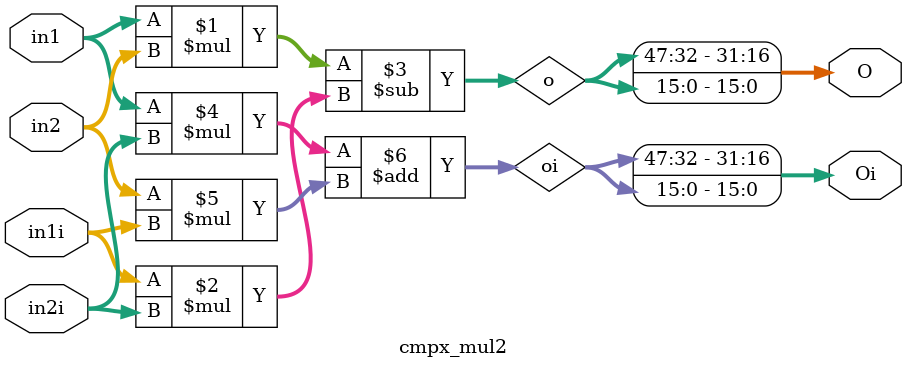
<source format=v>
`timescale 1ns / 1ps


module cmpx_mul2(input wire [31:0] in1,in1i,in2,in2i,output wire[31:0] O,Oi);
wire[63:0]  o;
wire[63:0]  oi;
assign o = in1*in2-in1i*in2i;
assign oi = in1*in2i+in2*in1i;
assign O ={o[47:32],o[15:0]};
assign Oi = {oi[47:32],oi[15:0]};
endmodule

</source>
